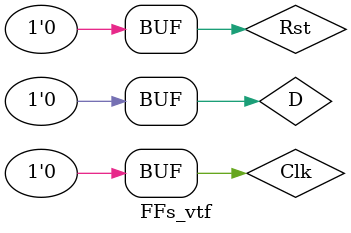
<source format=v>
`timescale 1ns / 1ps


module FFs_vtf;

	// Inputs
	reg Clk;
	reg Rst;
	reg D;

	// Outputs
	wire Q;

	// Instantiate the Unit Under Test (UUT)
	FFs uut (
		.Clk(Clk), 
		.Rst(Rst), 
		.D(D), 
		.Q(Q)
	);

	initial begin
		// Initialize Inputs
		Clk = 0;
		Rst = 0;
		D = 0;
      
		// Wait 100 ns for global reset to finish
		#100;
        
		// Add stimulus here

	end
      
endmodule


</source>
